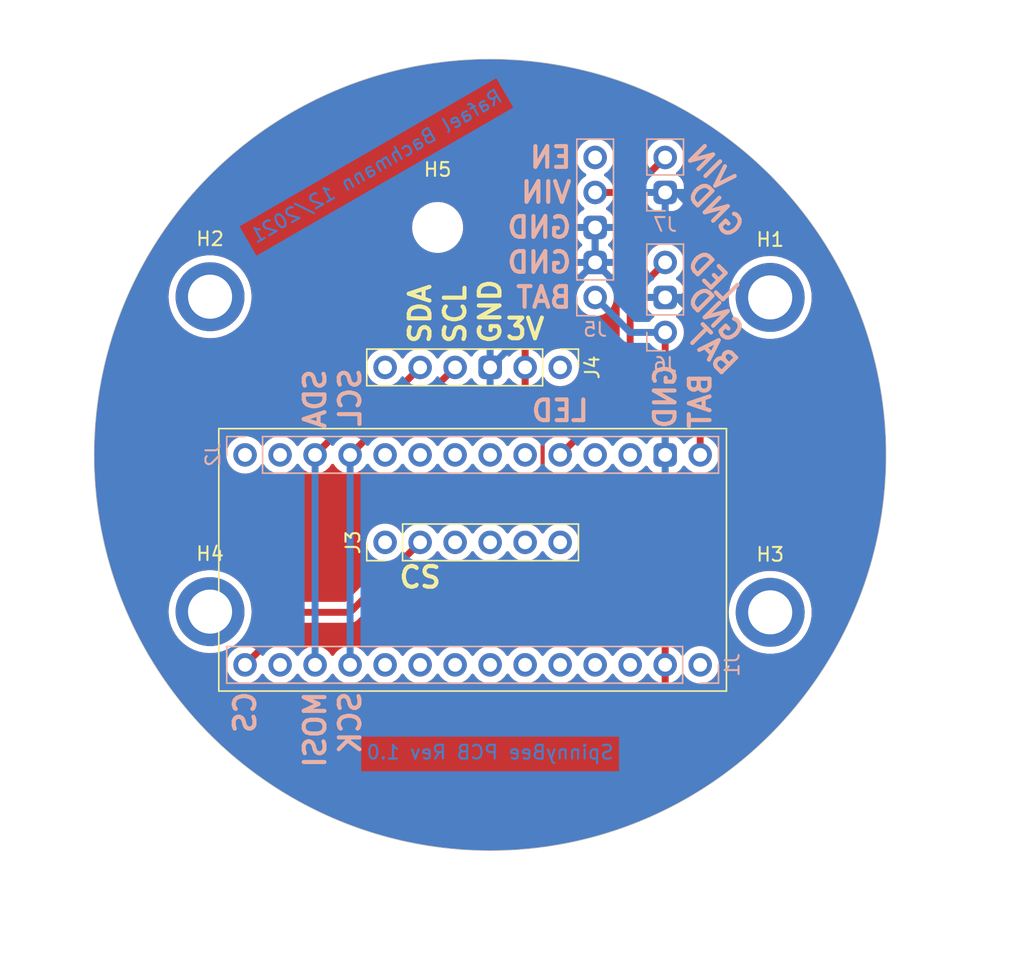
<source format=kicad_pcb>
(kicad_pcb (version 20221018) (generator pcbnew)
  (layers (0 "F.Cu" signal) (31 "B.Cu" signal) (34 "B.Paste" user) (35 "F.Paste" user) (36 "B.SilkS" user "B.Silkscreen") (37 "F.SilkS" user "F.Silkscreen") (38 "B.Mask" user) (39 "F.Mask" user) (44 "Edge.Cuts" user))
  (net 0 "")
  (net 1 "Net-(J1-Pad10)")
  (net 2 "Net-(J1-Pad9)")
  (net 3 "Net-(J1-Pad8)")
  (net 4 "Net-(J1-Pad7)")
  (net 5 "Net-(J1-Pad6)")
  (net 6 "Net-(J1-Pad5)")
  (net 7 "Net-(J1-Pad4)")
  (net 8 "Net-(J1-Pad3)")
  (net 9 "3V")
  (net 10 "Net-(J1-Pad1)")
  (net 11 "BAT")
  (net 12 "GND")
  (net 13 "Net-(J2-Pad12)")
  (net 14 "Net-(J2-Pad11)")
  (net 15 "LED_SIG")
  (net 16 "Net-(J2-Pad9)")
  (net 17 "Net-(J2-Pad8)")
  (net 18 "Net-(J2-Pad7)")
  (net 19 "Net-(J2-Pad6)")
  (net 20 "Net-(J2-Pad5)")
  (net 21 "Net-(J2-Pad2)")
  (net 22 "Net-(J2-Pad1)")
  (net 23 "Net-(J3-Pad6)")
  (net 24 "Net-(J3-Pad5)")
  (net 25 "Net-(J3-Pad4)")
  (net 26 "Net-(J3-Pad3)")
  (net 27 "Net-(J3-Pad1)")
  (net 28 "Net-(J4-Pad6)")
  (net 29 "Net-(J4-Pad1)")
  (net 30 "EN")
  (net 31 "VIN")
  (net 32 "CS")
  (net 33 "MOSI")
  (net 34 "SCK")
  (net 35 "AD0")
  (footprint "Connector_PinHeader_2.54mm:PinHeader_1x06_P2.54mm_Vertical" (layer "F.Cu") (at 78.74 58.42 90)
    (fp_text reference "J3" (at 0 -2.33 90) (layer "F.SilkS"))
    (fp_text value "Conn_01x06")
    (fp_line (start -1.33 -1.33) (end 0 -1.33) (stroke (width 0.12)) (layer "F.SilkS"))
    (fp_line (start -1.33 0) (end -1.33 -1.33) (stroke (width 0.12)) (layer "F.SilkS"))
    (fp_line (start -1.33 1.27) (end -1.33 14.03) (stroke (width 0.12)) (layer "F.SilkS"))
    (fp_line (start -1.33 1.27) (end 1.33 1.27) (stroke (width 0.12)) (layer "F.SilkS"))
    (fp_line (start -1.33 14.03) (end 1.33 14.03) (stroke (width 0.12)) (layer "F.SilkS"))
    (fp_line (start 1.33 1.27) (end 1.33 14.03) (stroke (width 0.12)) (layer "F.SilkS"))
    (pad "1" thru_hole oval (at 0 0 90) (size 1.7 1.7) (drill 1) (layers "*.Cu" "*.Mask") (net 27 "Net-(J3-Pad1)"))
    (pad "2" thru_hole oval (at 0 2.54 90) (size 1.7 1.7) (drill 1) (layers "*.Cu" "*.Mask") (net 32 "CS"))
    (pad "3" thru_hole oval (at 0 5.08 90) (size 1.7 1.7) (drill 1) (layers "*.Cu" "*.Mask") (net 26 "Net-(J3-Pad3)"))
    (pad "4" thru_hole oval (at 0 7.62 90) (size 1.7 1.7) (drill 1) (layers "*.Cu" "*.Mask") (net 25 "Net-(J3-Pad4)"))
    (pad "5" thru_hole oval (at 0 10.16 90) (size 1.7 1.7) (drill 1) (layers "*.Cu" "*.Mask") (net 24 "Net-(J3-Pad5)"))
    (pad "6" thru_hole oval (at 0 12.7 90) (size 1.7 1.7) (drill 1) (layers "*.Cu" "*.Mask") (net 23 "Net-(J3-Pad6)"))
  )
  (footprint "Connector_PinHeader_2.54mm:PinHeader_1x06_P2.54mm_Vertical" (layer "F.Cu") (at 91.44 45.72 -90)
    (fp_text reference "J4" (at 0 -2.33 90) (layer "F.SilkS"))
    (fp_text value "Conn_01x06")
    (fp_line (start -1.33 -1.33) (end 0 -1.33) (stroke (width 0.12)) (layer "F.SilkS"))
    (fp_line (start -1.33 0) (end -1.33 -1.33) (stroke (width 0.12)) (layer "F.SilkS"))
    (fp_line (start -1.33 1.27) (end -1.33 14.03) (stroke (width 0.12)) (layer "F.SilkS"))
    (fp_line (start -1.33 1.27) (end 1.33 1.27) (stroke (width 0.12)) (layer "F.SilkS"))
    (fp_line (start -1.33 14.03) (end 1.33 14.03) (stroke (width 0.12)) (layer "F.SilkS"))
    (fp_line (start 1.33 1.27) (end 1.33 14.03) (stroke (width 0.12)) (layer "F.SilkS"))
    (pad "1" thru_hole custom (at 0 0 270) (size 1.7 1.7) (drill 1) (layers "*.Cu" "*.Mask") (net 29 "Net-(J4-Pad1)") (options (clearance outline) (anchor circle)) (primitives))
    (pad "2" thru_hole oval (at 0 2.54 270) (size 1.7 1.7) (drill 1) (layers "*.Cu" "*.Mask") (net 9 "3V"))
    (pad "3" thru_hole roundrect (at 0 5.08 270) (size 1.7 1.7) (drill 1) (layers "*.Cu" "*.Mask") (net 12 "GND"))
    (pad "4" thru_hole oval (at 0 7.62 270) (size 1.7 1.7) (drill 1) (layers "*.Cu" "*.Mask") (net 34 "SCK"))
    (pad "5" thru_hole oval (at 0 10.16 270) (size 1.7 1.7) (drill 1) (layers "*.Cu" "*.Mask") (net 33 "MOSI"))
    (pad "6" thru_hole oval (at 0 12.7 270) (size 1.7 1.7) (drill 1) (layers "*.Cu" "*.Mask") (net 28 "Net-(J4-Pad6)"))
  )
  (footprint "MountingHole:MountingHole_3.2mm_M3" (layer "F.Cu") (at 106.68 40.64)
    (fp_text reference "H1" (at 0 -4.2) (layer "F.SilkS"))
    (fp_text value "MountingHole")
    (pad "" np_thru_hole circle (at 0 0) (size 5 5) (drill 3.2) (layers "*.Cu" "*.Mask"))
  )
  (footprint "MountingHole:MountingHole_3.2mm_M3" (layer "F.Cu") (at 66.04 40.589)
    (fp_text reference "H2" (at 0 -4.2) (layer "F.SilkS"))
    (fp_text value "MountingHole")
    (pad "" np_thru_hole circle (at 0 0) (size 5 5) (drill 3.2) (layers "*.Cu" "*.Mask"))
  )
  (footprint "MountingHole:MountingHole_3.2mm_M3" (layer "F.Cu") (at 106.68 63.5)
    (fp_text reference "H3" (at 0 -4.2) (layer "F.SilkS"))
    (fp_text value "MountingHole")
    (pad "" np_thru_hole circle (at 0 0) (size 5 5) (drill 3.2) (layers "*.Cu" "*.Mask"))
  )
  (footprint "MountingHole:MountingHole_3.2mm_M3" (layer "F.Cu") (at 66.04 63.449)
    (fp_text reference "H4" (at 0 -4.2) (layer "F.SilkS"))
    (fp_text value "MountingHole")
    (pad "" np_thru_hole circle (at 0 0) (size 5 5) (drill 3.2) (layers "*.Cu" "*.Mask"))
  )
  (footprint "MountingHole:MountingHole_3.2mm_M3" (layer "F.Cu") (at 82.55 35.56)
    (fp_text reference "H5" (at 0 -4.2) (layer "F.SilkS"))
    (fp_text value "MountingHole")
    (pad "" np_thru_hole circle (at 0 0) (size 3.2 3.2) (drill 3.2) (layers "*.Cu" "*.Mask"))
  )
  (footprint "Connector_PinHeader_2.54mm:PinHeader_1x02_P2.54mm_Vertical" (layer "B.Cu") (at 99.06 33.02)
    (fp_text reference "J7" (at 0 2.33) (layer "B.SilkS") (effects (justify mirror)))
    (fp_text value "Conn_01x02")
    (fp_line (start -1.33 -3.87) (end 1.33 -3.87) (stroke (width 0.12)) (layer "B.SilkS"))
    (fp_line (start -1.33 -1.27) (end -1.33 -3.87) (stroke (width 0.12)) (layer "B.SilkS"))
    (fp_line (start -1.33 -1.27) (end 1.33 -1.27) (stroke (width 0.12)) (layer "B.SilkS"))
    (fp_line (start -1.33 0) (end -1.33 1.33) (stroke (width 0.12)) (layer "B.SilkS"))
    (fp_line (start -1.33 1.33) (end 0 1.33) (stroke (width 0.12)) (layer "B.SilkS"))
    (fp_line (start 1.33 -1.27) (end 1.33 -3.87) (stroke (width 0.12)) (layer "B.SilkS"))
    (pad "1" thru_hole roundrect (at 0 0) (size 1.7 1.7) (drill 1) (layers "*.Cu" "*.Mask") (net 12 "GND"))
    (pad "2" thru_hole oval (at 0 -2.54) (size 1.7 1.7) (drill 1) (layers "*.Cu" "*.Mask") (net 31 "VIN"))
  )
  (footprint "Connector_PinHeader_2.54mm:PinHeader_1x03_P2.54mm_Vertical" (layer "B.Cu") (at 99.06 43.18)
    (fp_text reference "J6" (at 0 2.33) (layer "B.SilkS") (effects (justify mirror)))
    (fp_text value "Conn_01x03")
    (fp_line (start -1.33 -6.41) (end 1.33 -6.41) (stroke (width 0.12)) (layer "B.SilkS"))
    (fp_line (start -1.33 -1.27) (end -1.33 -6.41) (stroke (width 0.12)) (layer "B.SilkS"))
    (fp_line (start -1.33 -1.27) (end 1.33 -1.27) (stroke (width 0.12)) (layer "B.SilkS"))
    (fp_line (start -1.33 0) (end -1.33 1.33) (stroke (width 0.12)) (layer "B.SilkS"))
    (fp_line (start -1.33 1.33) (end 0 1.33) (stroke (width 0.12)) (layer "B.SilkS"))
    (fp_line (start 1.33 -1.27) (end 1.33 -6.41) (stroke (width 0.12)) (layer "B.SilkS"))
    (pad "1" thru_hole circle (at 0 0) (size 1.7 1.7) (drill 1) (layers "*.Cu" "*.Mask") (net 11 "BAT"))
    (pad "2" thru_hole roundrect (at 0 -2.54) (size 1.7 1.7) (drill 1) (layers "*.Cu" "*.Mask") (net 12 "GND"))
    (pad "3" thru_hole oval (at 0 -5.08) (size 1.7 1.7) (drill 1) (layers "*.Cu" "*.Mask") (net 15 "LED_SIG"))
  )
  (footprint "Connector_PinHeader_2.54mm:PinHeader_1x14_P2.54mm_Vertical" (layer "B.Cu") (at 68.58 52.07 -90)
    (fp_text reference "J2" (at 0 2.33 270) (layer "B.SilkS") (effects (justify mirror)))
    (fp_text value "Conn_01x14")
    (fp_line (start -1.33 -34.35) (end 1.33 -34.35) (stroke (width 0.12)) (layer "B.SilkS"))
    (fp_line (start -1.33 -1.27) (end -1.33 -34.35) (stroke (width 0.12)) (layer "B.SilkS"))
    (fp_line (start -1.33 -1.27) (end 1.33 -1.27) (stroke (width 0.12)) (layer "B.SilkS"))
    (fp_line (start -1.33 0) (end -1.33 1.33) (stroke (width 0.12)) (layer "B.SilkS"))
    (fp_line (start -1.33 1.33) (end 0 1.33) (stroke (width 0.12)) (layer "B.SilkS"))
    (fp_line (start 1.33 -1.27) (end 1.33 -34.35) (stroke (width 0.12)) (layer "B.SilkS"))
    (pad "1" thru_hole circle (at 0 0 270) (size 1.7 1.7) (drill 1) (layers "*.Cu" "*.Mask") (net 22 "Net-(J2-Pad1)"))
    (pad "2" thru_hole oval (at 0 -2.54 270) (size 1.7 1.7) (drill 1) (layers "*.Cu" "*.Mask") (net 21 "Net-(J2-Pad2)"))
    (pad "3" thru_hole oval (at 0 -5.08 270) (size 1.7 1.7) (drill 1) (layers "*.Cu" "*.Mask") (net 33 "MOSI"))
    (pad "4" thru_hole oval (at 0 -7.62 270) (size 1.7 1.7) (drill 1) (layers "*.Cu" "*.Mask") (net 34 "SCK"))
    (pad "5" thru_hole oval (at 0 -10.16 270) (size 1.7 1.7) (drill 1) (layers "*.Cu" "*.Mask") (net 20 "Net-(J2-Pad5)"))
    (pad "6" thru_hole oval (at 0 -12.7 270) (size 1.7 1.7) (drill 1) (layers "*.Cu" "*.Mask") (net 19 "Net-(J2-Pad6)"))
    (pad "7" thru_hole oval (at 0 -15.24 270) (size 1.7 1.7) (drill 1) (layers "*.Cu" "*.Mask") (net 18 "Net-(J2-Pad7)"))
    (pad "8" thru_hole oval (at 0 -17.78 270) (size 1.7 1.7) (drill 1) (layers "*.Cu" "*.Mask") (net 17 "Net-(J2-Pad8)"))
    (pad "9" thru_hole oval (at 0 -20.32 270) (size 1.7 1.7) (drill 1) (layers "*.Cu" "*.Mask") (net 16 "Net-(J2-Pad9)"))
    (pad "10" thru_hole oval (at 0 -22.86 270) (size 1.7 1.7) (drill 1) (layers "*.Cu" "*.Mask") (net 15 "LED_SIG"))
    (pad "11" thru_hole oval (at 0 -25.4 270) (size 1.7 1.7) (drill 1) (layers "*.Cu" "*.Mask") (net 14 "Net-(J2-Pad11)"))
    (pad "12" thru_hole oval (at 0 -27.94 270) (size 1.7 1.7) (drill 1) (layers "*.Cu" "*.Mask") (net 13 "Net-(J2-Pad12)"))
    (pad "13" thru_hole roundrect (at 0 -30.48 270) (size 1.7 1.7) (drill 1) (layers "*.Cu" "*.Mask") (net 12 "GND"))
    (pad "14" thru_hole oval (at 0 -33.02 270) (size 1.7 1.7) (drill 1) (layers "*.Cu" "*.Mask") (net 11 "BAT"))
  )
  (footprint "Connector_PinHeader_2.54mm:PinHeader_1x14_P2.54mm_Vertical" (layer "B.Cu") (at 101.6 67.31 90)
    (fp_text reference "J1" (at 0 2.33 -90) (layer "B.SilkS") (effects (justify mirror)))
    (fp_text value "Conn_01x14")
    (fp_line (start -1.33 -34.35) (end 1.33 -34.35) (stroke (width 0.12)) (layer "B.SilkS"))
    (fp_line (start -1.33 -1.27) (end -1.33 -34.35) (stroke (width 0.12)) (layer "B.SilkS"))
    (fp_line (start -1.33 -1.27) (end 1.33 -1.27) (stroke (width 0.12)) (layer "B.SilkS"))
    (fp_line (start -1.33 0) (end -1.33 1.33) (stroke (width 0.12)) (layer "B.SilkS"))
    (fp_line (start -1.33 1.33) (end 0 1.33) (stroke (width 0.12)) (layer "B.SilkS"))
    (fp_line (start 1.33 -1.27) (end 1.33 -34.35) (stroke (width 0.12)) (layer "B.SilkS"))
    (pad "1" thru_hole circle (at 0 0 90) (size 1.7 1.7) (drill 1) (layers "*.Cu" "*.Mask") (net 10 "Net-(J1-Pad1)"))
    (pad "2" thru_hole oval (at 0 -2.54 90) (size 1.7 1.7) (drill 1) (layers "*.Cu" "*.Mask") (net 9 "3V"))
    (pad "3" thru_hole oval (at 0 -5.08 90) (size 1.7 1.7) (drill 1) (layers "*.Cu" "*.Mask") (net 8 "Net-(J1-Pad3)"))
    (pad "4" thru_hole oval (at 0 -7.62 90) (size 1.7 1.7) (drill 1) (layers "*.Cu" "*.Mask") (net 7 "Net-(J1-Pad4)"))
    (pad "5" thru_hole oval (at 0 -10.16 90) (size 1.7 1.7) (drill 1) (layers "*.Cu" "*.Mask") (net 6 "Net-(J1-Pad5)"))
    (pad "6" thru_hole oval (at 0 -12.7 90) (size 1.7 1.7) (drill 1) (layers "*.Cu" "*.Mask") (net 5 "Net-(J1-Pad6)"))
    (pad "7" thru_hole oval (at 0 -15.24 90) (size 1.7 1.7) (drill 1) (layers "*.Cu" "*.Mask") (net 4 "Net-(J1-Pad7)"))
    (pad "8" thru_hole oval (at 0 -17.78 90) (size 1.7 1.7) (drill 1) (layers "*.Cu" "*.Mask") (net 3 "Net-(J1-Pad8)"))
    (pad "9" thru_hole oval (at 0 -20.32 90) (size 1.7 1.7) (drill 1) (layers "*.Cu" "*.Mask") (net 2 "Net-(J1-Pad9)"))
    (pad "10" thru_hole oval (at 0 -22.86 90) (size 1.7 1.7) (drill 1) (layers "*.Cu" "*.Mask") (net 1 "Net-(J1-Pad10)"))
    (pad "11" thru_hole oval (at 0 -25.4 90) (size 1.7 1.7) (drill 1) (layers "*.Cu" "*.Mask") (net 34 "SCK"))
    (pad "12" thru_hole oval (at 0 -27.94 90) (size 1.7 1.7) (drill 1) (layers "*.Cu" "*.Mask") (net 33 "MOSI"))
    (pad "13" thru_hole oval (at 0 -30.48 90) (size 1.7 1.7) (drill 1) (layers "*.Cu" "*.Mask") (net 35 "AD0"))
    (pad "14" thru_hole oval (at 0 -33.02 90) (size 1.7 1.7) (drill 1) (layers "*.Cu" "*.Mask") (net 32 "CS"))
  )
  (footprint "Connector_PinHeader_2.54mm:PinHeader_1x05_P2.54mm_Vertical" (layer "B.Cu") (at 93.98 40.64)
    (fp_text reference "J5" (at 0 2.33) (layer "B.SilkS") (effects (justify mirror)))
    (fp_text value "Conn_01x05")
    (fp_line (start -1.33 -11.49) (end 1.33 -11.49) (stroke (width 0.12)) (layer "B.SilkS"))
    (fp_line (start -1.33 -1.27) (end -1.33 -11.49) (stroke (width 0.12)) (layer "B.SilkS"))
    (fp_line (start -1.33 -1.27) (end 1.33 -1.27) (stroke (width 0.12)) (layer "B.SilkS"))
    (fp_line (start -1.33 0) (end -1.33 1.33) (stroke (width 0.12)) (layer "B.SilkS"))
    (fp_line (start -1.33 1.33) (end 0 1.33) (stroke (width 0.12)) (layer "B.SilkS"))
    (fp_line (start 1.33 -1.27) (end 1.33 -11.49) (stroke (width 0.12)) (layer "B.SilkS"))
    (pad "1" thru_hole circle (at 0 0) (size 1.7 1.7) (drill 1) (layers "*.Cu" "*.Mask") (net 11 "BAT"))
    (pad "2" thru_hole roundrect (at 0 -2.54) (size 1.7 1.7) (drill 1) (layers "*.Cu" "*.Mask") (net 12 "GND"))
    (pad "3" thru_hole roundrect (at 0 -5.08) (size 1.7 1.7) (drill 1) (layers "*.Cu" "*.Mask") (net 12 "GND"))
    (pad "4" thru_hole oval (at 0 -7.62) (size 1.7 1.7) (drill 1) (layers "*.Cu" "*.Mask") (net 31 "VIN"))
    (pad "5" thru_hole oval (at 0 -10.16) (size 1.7 1.7) (drill 1) (layers "*.Cu" "*.Mask") (net 30 "EN"))
  )
  (gr_line (start 103.505 50.165) (end 103.505 69.215) (stroke (width 0.12)) (layer "F.SilkS"))
  (gr_line (start 66.675 50.165) (end 103.505 50.165) (stroke (width 0.12)) (layer "F.SilkS"))
  (gr_line (start 103.505 69.215) (end 66.675 69.215) (stroke (width 0.12)) (layer "F.SilkS"))
  (gr_line (start 66.675 69.215) (end 66.675 50.165) (stroke (width 0.12)) (layer "F.SilkS"))
  (gr_circle (center 86.36 52.07) (end 106.68 31.75) (stroke (width 0.05)) (fill none) (layer "Edge.Cuts"))
  (gr_text "Rafael Bachmann 12/2021" (at 78.105 31.115 30) (layer "B.Cu") (effects (font (size 1 1)) (justify mirror)))
  (gr_text "SpinnyBee PCB Rev 1.0" (at 86.36 73.66) (layer "B.Cu") (effects (font (size 1 1)) (justify mirror)))
  (gr_text "GND" (at 89.931858 38.1) (layer "B.SilkS") (effects (font (size 1.5 1.5) (thickness 0.3)) (justify mirror)))
  (gr_text "EN" (at 90.753287 30.48) (layer "B.SilkS") (effects (font (size 1.5 1.5) (thickness 0.3)) (justify mirror)))
  (gr_text "SCL" (at 76.2 47.898858 90) (layer "B.SilkS") (effects (font (size 1.5 1.5) (thickness 0.3)) (justify mirror)))
  (gr_text "LED" (at 91.44 48.868143) (layer "B.SilkS") (effects (font (size 1.5 1.5) (thickness 0.3)) (justify mirror)))
  (gr_text "LED" (at 102.539508 39.116 315) (layer "B.SilkS") (effects (font (size 1.5 1.5) (thickness 0.3)) (justify mirror)))
  (gr_text "BAT" (at 102.489 44.45 315) (layer "B.SilkS") (effects (font (size 1.5 1.5) (thickness 0.3)) (justify mirror)))
  (gr_text "GND" (at 99.06 47.827429 90) (layer "B.SilkS") (effects (font (size 1.5 1.5) (thickness 0.3)) (justify mirror)))
  (gr_text "VIN" (at 102.362731 31.242 315) (layer "B.SilkS") (effects (font (size 1.5 1.5) (thickness 0.3)) (justify mirror)))
  (gr_text "CS" (at 68.58 70.759 90) (layer "B.SilkS") (effects (font (size 1.5 1.5) (thickness 0.3)) (justify mirror)))
  (gr_text "GND" (at 102.716285 34.29 315) (layer "B.SilkS") (effects (font (size 1.5 1.5) (thickness 0.3)) (justify mirror)))
  (gr_text "SDA" (at 73.66 48.006 90) (layer "B.SilkS") (effects (font (size 1.5 1.5) (thickness 0.3)) (justify mirror)))
  (gr_text "BAT" (at 90.253287 40.64) (layer "B.SilkS") (effects (font (size 1.5 1.5) (thickness 0.3)) (justify mirror)))
  (gr_text "BAT" (at 101.6 48.148858 90) (layer "B.SilkS") (effects (font (size 1.5 1.5) (thickness 0.3)) (justify mirror)))
  (gr_text "GND" (at 102.716285 41.91 315) (layer "B.SilkS") (effects (font (size 1.5 1.5) (thickness 0.3)) (justify mirror)))
  (gr_text "SCK" (at 76.2 71.509 90) (layer "B.SilkS") (effects (font (size 1.5 1.5) (thickness 0.3)) (justify mirror)))
  (gr_text "MOSI" (at 73.66 72.009 90) (layer "B.SilkS") (effects (font (size 1.5 1.5) (thickness 0.3)) (justify mirror)))
  (gr_text "VIN" (at 90.431858 33.02) (layer "B.SilkS") (effects (font (size 1.5 1.5) (thickness 0.3)) (justify mirror)))
  (gr_text "GND" (at 89.931858 35.56) (layer "B.SilkS") (effects (font (size 1.5 1.5) (thickness 0.3)) (justify mirror)))
  (gr_text "CS" (at 81.28 60.96) (layer "F.SilkS") (effects (font (size 1.5 1.5) (thickness 0.3))))
  (gr_text "3V" (at 88.9 42.926) (layer "F.SilkS") (effects (font (size 1.5 1.5) (thickness 0.3))))
  (gr_text "SDA" (at 81.28 41.834571 90) (layer "F.SilkS") (effects (font (size 1.5 1.5) (thickness 0.3))))
  (gr_text "GND" (at 86.36 41.656 90) (layer "F.SilkS") (effects (font (size 1.5 1.5) (thickness 0.3))))
  (gr_text "SCL" (at 83.82 41.870286 90) (layer "F.SilkS") (effects (font (size 1.5 1.5) (thickness 0.3))))
  (segment (start 88.9 45.72) (end 88.9 48.26) (width 0.3) (layer "F.Cu") (net 9))
  (segment (start 88.9 48.26) (end 90.17 49.53) (width 0.3) (layer "F.Cu") (net 9))
  (segment (start 90.17 53.34) (end 92.71 55.88) (width 0.3) (layer "F.Cu") (net 9))
  (segment (start 99.06 59.69) (end 99.06 67.31) (width 0.3) (layer "F.Cu") (net 9))
  (segment (start 90.17 49.53) (end 90.17 53.34) (width 0.3) (layer "F.Cu") (net 9))
  (segment (start 92.71 55.88) (end 95.25 55.88) (width 0.3) (layer "F.Cu") (net 9))
  (segment (start 95.25 55.88) (end 99.06 59.69) (width 0.3) (layer "F.Cu") (net 9))
  (segment (start 99.06 43.18) (end 99.06 46.99) (width 0.5) (layer "F.Cu") (net 11))
  (segment (start 99.06 46.99) (end 101.6 49.53) (width 0.5) (layer "F.Cu") (net 11))
  (segment (start 101.6 49.53) (end 101.6 52.07) (width 0.5) (layer "F.Cu") (net 11))
  (segment (start 93.98 40.64) (end 96.52 43.18) (width 0.5) (layer "B.Cu") (net 11))
  (segment (start 96.52 43.18) (end 99.06 43.18) (width 0.5) (layer "B.Cu") (net 11))
  (segment (start 99.06 40.64) (end 96.52 40.64) (width 0.5) (layer "B.Cu") (net 12))
  (segment (start 99.06 52.07) (end 99.06 49.53) (width 0.5) (layer "B.Cu") (net 12))
  (segment (start 101.6 42.33) (end 99.91 40.64) (width 0.5) (layer "B.Cu") (net 12))
  (segment (start 100.33 40.64) (end 101.6 39.37) (width 0.5) (layer "B.Cu") (net 12))
  (segment (start 101.6 46.99) (end 101.6 42.33) (width 0.5) (layer "B.Cu") (net 12))
  (segment (start 99.91 33.02) (end 99.06 33.02) (width 0.5) (layer "B.Cu") (net 12))
  (segment (start 99.91 40.64) (end 99.06 40.64) (width 0.5) (layer "B.Cu") (net 12))
  (segment (start 101.6 34.71) (end 99.91 33.02) (width 0.5) (layer "B.Cu") (net 12))
  (segment (start 86.36 45.72) (end 93.98 38.1) (width 0.5) (layer "B.Cu") (net 12))
  (segment (start 101.6 39.37) (end 101.6 34.71) (width 0.5) (layer "B.Cu") (net 12))
  (segment (start 99.06 49.53) (end 101.6 46.99) (width 0.5) (layer "B.Cu") (net 12))
  (segment (start 93.98 35.56) (end 93.98 38.1) (width 0.5) (layer "B.Cu") (net 12))
  (segment (start 96.52 40.64) (end 93.98 38.1) (width 0.5) (layer "B.Cu") (net 12))
  (segment (start 99.06 40.64) (end 100.33 40.64) (width 0.5) (layer "B.Cu") (net 12))
  (segment (start 96.52 40.64) (end 96.52 46.99) (width 0.5) (layer "F.Cu") (net 15))
  (segment (start 96.52 46.99) (end 91.44 52.07) (width 0.5) (layer "F.Cu") (net 15))
  (segment (start 99.06 38.1) (end 96.52 40.64) (width 0.5) (layer "F.Cu") (net 15))
  (segment (start 96.52 33.02) (end 99.06 30.48) (width 0.5) (layer "F.Cu") (net 31))
  (segment (start 93.98 33.02) (end 96.52 33.02) (width 0.5) (layer "F.Cu") (net 31))
  (segment (start 72.39 63.5) (end 68.58 67.31) (width 0.5) (layer "F.Cu") (net 32))
  (segment (start 81.28 58.42) (end 76.2 63.5) (width 0.5) (layer "F.Cu") (net 32))
  (segment (start 76.2 63.5) (end 72.39 63.5) (width 0.5) (layer "F.Cu") (net 32))
  (segment (start 81.28 45.72) (end 78.74 48.26) (width 0.5) (layer "F.Cu") (net 33))
  (segment (start 77.47 48.26) (end 73.66 52.07) (width 0.5) (layer "F.Cu") (net 33))
  (segment (start 78.74 48.26) (end 77.47 48.26) (width 0.5) (layer "F.Cu") (net 33))
  (segment (start 73.66 67.31) (end 73.66 52.07) (width 0.5) (layer "B.Cu") (net 33))
  (segment (start 81.28 48.26) (end 80.01 48.26) (width 0.5) (layer "F.Cu") (net 34))
  (segment (start 80.01 48.26) (end 76.2 52.07) (width 0.5) (layer "F.Cu") (net 34))
  (segment (start 83.82 45.72) (end 81.28 48.26) (width 0.5) (layer "F.Cu") (net 34))
  (segment (start 76.2 52.07) (end 76.2 67.31) (width 0.5) (layer "B.Cu") (net 34))
  (zone (net 9) (net_name "3V") (layer "F.Cu") (connect_pads (clearance 0.508)) (min_thickness 0.254) (fill yes (thermal_gap 0.508) (thermal_bridge_width 0.508))
    (polygon (pts (xy 125.095 88.9) (xy 50.8 88.9) (xy 50.8 19.05) (xy 125.095 19.05)))
  )
  (zone (net 12) (net_name "GND") (layer "B.Cu") (connect_pads (clearance 0.508)) (min_thickness 0.254) (fill yes (thermal_gap 0.508) (thermal_bridge_width 0.508))
    (polygon (pts (xy 125.095 88.9) (xy 50.8 88.9) (xy 50.8 19.05) (xy 125.095 19.05)))
  )
)
</source>
